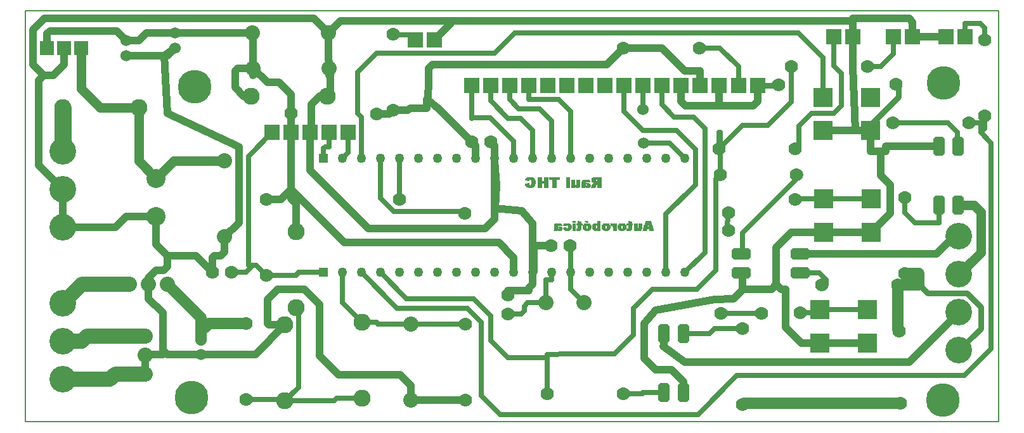
<source format=gbr>
G04 PROTEUS GERBER X2 FILE*
%TF.GenerationSoftware,Labcenter,Proteus,8.6-SP2-Build23525*%
%TF.CreationDate,2017-11-29T10:51:07+00:00*%
%TF.FileFunction,Copper,L4,Bot*%
%TF.FilePolarity,Positive*%
%TF.Part,Single*%
%FSLAX45Y45*%
%MOMM*%
G01*
%TA.AperFunction,Conductor*%
%ADD12C,0.635000*%
%ADD10C,1.524000*%
%ADD28C,2.286000*%
%ADD29C,2.032000*%
%ADD72C,1.270000*%
%ADD13C,1.016000*%
%ADD11C,0.762000*%
%TA.AperFunction,ViaPad*%
%ADD14C,1.778000*%
%ADD15C,1.524000*%
%TA.AperFunction,ComponentPad*%
%ADD16R,1.270000X1.270000*%
%ADD17C,1.270000*%
%TA.AperFunction,ComponentPad*%
%ADD18C,3.556000*%
%TA.AperFunction,ComponentPad*%
%ADD19C,2.286000*%
%ADD70C,2.540000*%
%ADD71C,2.032000*%
%TA.AperFunction,ComponentPad*%
%ADD20R,1.905000X1.905000*%
%TA.AperFunction,ComponentPad*%
%ADD21C,1.524000*%
%ADD22C,1.778000*%
%ADD23R,2.032000X2.032000*%
%AMDIL016*
4,1,8,
-0.762000,0.965200,-0.457200,1.270000,0.457200,1.270000,0.762000,0.965200,0.762000,-0.965200,
0.457200,-1.270000,-0.457200,-1.270000,-0.762000,-0.965200,-0.762000,0.965200,
0*%
%TA.AperFunction,ComponentPad*%
%ADD24DIL016*%
%AMDIL017*
4,1,8,
-1.270000,0.457200,-0.965200,0.762000,0.965200,0.762000,1.270000,0.457200,1.270000,-0.457200,
0.965200,-0.762000,-0.965200,-0.762000,-1.270000,-0.457200,-1.270000,0.457200,
0*%
%ADD25DIL017*%
%ADD73R,2.540000X2.540000*%
%TA.AperFunction,OtherPad,Unknown*%
%ADD26C,4.500000*%
%TA.AperFunction,Profile*%
%ADD27C,0.203200*%
%TA.AperFunction,NonConductor*%
%ADD30C,0.063500*%
%TD.AperFunction*%
D12*
X-1300000Y-2400000D02*
X-1300000Y-2095500D01*
X-1218000Y-2095500D01*
X-1218000Y-2000000D01*
X-792000Y-2400000D02*
X-964000Y-2228000D01*
X-964000Y-2000000D01*
X-3750000Y-2670000D02*
X-4012000Y-2408000D01*
X-4012000Y-2000000D01*
X-3750000Y-2670000D02*
X-3556000Y-2670000D01*
X-3536000Y-2690000D01*
X-3100000Y-2690000D01*
X-2370000Y-2690000D01*
X-4780000Y-3720000D02*
X-4595850Y-3535850D01*
X-4595850Y-2510150D01*
X-4630000Y-2476000D01*
X-4780000Y-3720000D02*
X-4127500Y-3720000D01*
X-4093500Y-3686000D01*
X-3750000Y-3686000D01*
X-4780000Y-3720000D02*
X-4800000Y-3700000D01*
X-5300000Y-3700000D01*
D10*
X-5900000Y-2730500D02*
X-5900000Y-2609000D01*
X-6350000Y-2159000D01*
X-5900000Y-2730500D02*
X-5842000Y-2730500D01*
X-5795500Y-2684000D01*
X-5300000Y-2684000D01*
X-5900000Y-2730500D02*
X-5900000Y-2900000D01*
D28*
X-7747000Y-381000D02*
X-7750000Y-378000D01*
X-7750000Y+200000D01*
D29*
X-7747000Y-2413000D02*
X-7493000Y-2159000D01*
X-6858000Y-2159000D01*
X-7747000Y-2921000D02*
X-7493000Y-2921000D01*
X-7422000Y-2850000D01*
X-6650000Y-2850000D01*
D12*
X+2100000Y-2009999D02*
X+2100000Y-2010000D01*
D72*
X-6734000Y+200000D02*
X-6734000Y-508000D01*
X-6500000Y-742000D01*
X-6266000Y-508000D01*
X-5588000Y-508000D01*
D12*
X+4508500Y-127000D02*
X+4560000Y-75500D01*
X+4560000Y+90000D01*
D13*
X-5750000Y-2000000D02*
X-5972000Y-1778000D01*
X-6350000Y-1778000D01*
X-6500000Y-1250000D02*
X-6500000Y-1628000D01*
X-6350000Y-1778000D01*
X-1980000Y-476000D02*
X-1981200Y-474800D01*
X-1981200Y-304800D01*
X-2032000Y-254000D01*
X+3048000Y-1460500D02*
X+3302000Y-1206500D01*
X+3302000Y-825500D01*
X+3175000Y-698500D01*
X+3175000Y-381000D01*
X+1333500Y-2222500D02*
X+1714500Y-2222500D01*
X+1778000Y-2159000D01*
X+2365000Y-2944500D02*
X+3000000Y-2944500D01*
X-5900000Y-3100000D02*
X-5176000Y-3100000D01*
X-4780000Y-2704000D01*
X-6604000Y-2159000D02*
X-6604000Y-2349500D01*
X-6413500Y-2540000D01*
X-6413500Y-3036500D01*
X-8001000Y+635000D02*
X-7874000Y+635000D01*
X-7728600Y+780400D01*
X-7728600Y+1000000D01*
D29*
X-6650000Y-3358000D02*
X-7048500Y-3358000D01*
X-7119500Y-3429000D01*
X-7747000Y-3429000D01*
D13*
X-6650000Y-3104000D02*
X-6646000Y-3100000D01*
X-6413500Y-3100000D01*
X-6413500Y-3036500D01*
X-5900000Y-3100000D02*
X-6350000Y-3100000D01*
X-6413500Y-3036500D01*
X-7747000Y-889000D02*
X-7747000Y-1397000D01*
X-6650000Y-3358000D02*
X-6650000Y-3104000D01*
D12*
X-5030000Y-2040000D02*
X-4635500Y-2040000D01*
X-4595500Y-2000000D01*
X-4266000Y-2000000D01*
X-5207000Y-1905000D02*
X-5302000Y-2000000D01*
X-5496000Y-2000000D01*
X-5030000Y-2040000D02*
X-5165000Y-1905000D01*
X-5207000Y-1905000D01*
X-3937000Y-127000D02*
X-3937000Y-401000D01*
X-4012000Y-476000D01*
D13*
X-2234000Y-476000D02*
X-2235200Y-474800D01*
X-2235200Y-304800D01*
X-2286000Y-254000D01*
X-266000Y+1000000D02*
X+254000Y+1000000D01*
X+555500Y+698500D01*
X+758000Y+698500D01*
X+758000Y+500000D01*
X-4699000Y-889000D02*
X-4699000Y-1016000D01*
X-4630000Y-1085000D01*
X-4630000Y-1460000D01*
X-6900000Y+1100000D02*
X-6731000Y+1100000D01*
X-6631000Y+1200000D01*
X-6250000Y+1200000D01*
X-4699000Y-889000D02*
X-4834000Y-1024000D01*
X-5030000Y-1024000D01*
X-6250000Y+1200000D02*
X-5216000Y+1200000D01*
X-4699000Y-127000D02*
X-4699000Y-889000D01*
D10*
X+3400000Y-2170000D02*
X+3400000Y-2764918D01*
X+3421061Y-2785979D01*
X+3433610Y-3748906D02*
X+1351094Y-3748906D01*
X+1330000Y-3770000D01*
D12*
X+1034000Y-330000D02*
X+1034000Y-690000D01*
X+1016000Y-348000D02*
X+1016000Y-350000D01*
X+1032000Y-350000D01*
X+1032000Y-690000D01*
X+1034000Y-690000D01*
X+1014000Y-350000D02*
X+1016000Y-348000D01*
X+1034000Y-330000D01*
X+1331500Y-32500D01*
X+1667500Y-32500D01*
X+1984000Y+284000D01*
X+1984000Y+750000D01*
D11*
X+1530000Y+500000D02*
X+1799479Y+500000D01*
X+1807211Y+507732D01*
D13*
X-1980000Y-476000D02*
X-1980000Y-510000D01*
D12*
X-3253818Y-1022723D02*
X-3253818Y-458279D01*
X-3245435Y-449896D01*
X-3250000Y-476000D01*
D13*
X-2286000Y-254000D02*
X-2730500Y+190500D01*
X-2874105Y+304844D01*
D12*
X-2290000Y+500000D02*
X-2290000Y+63500D01*
X-2283500Y+70000D01*
X-2038500Y+70000D01*
X-1726000Y-242500D01*
X-1726000Y-476000D01*
D13*
X-2562500Y+1333500D02*
X-2786000Y+1110000D01*
X-5207000Y+730000D02*
X-5207000Y+635000D01*
X-4220000Y+360000D02*
X-4316700Y+360000D01*
X-4431000Y+245700D01*
X-4431000Y-127000D01*
X-4445000Y-127000D01*
D12*
X-3340000Y+1186000D02*
X-3334000Y+1180000D01*
X-3040000Y+1180000D01*
X-3040000Y+1110000D01*
D13*
X-4699000Y-127000D02*
X-4699000Y+124382D01*
X-3553607Y+119847D02*
X-3390153Y+119847D01*
X-3340000Y+170000D01*
D12*
X+0Y+180000D02*
X+0Y+465760D01*
X+23317Y+489077D01*
X-4000Y+500000D01*
X+2100000Y-2010000D02*
X+2355100Y-2009999D01*
X+2444000Y-2098899D01*
X+2444000Y-2170000D01*
X+2384000Y-2170000D01*
D13*
X+1333500Y-2222500D02*
X+1330000Y-2222500D01*
X+1330000Y-2010000D01*
X+1310000Y-2010000D01*
D12*
X+2050000Y-690000D02*
X+2110000Y-690000D01*
X+1328000Y-1472000D01*
X+1328000Y-1750000D01*
X+1310000Y-1750000D01*
X+280000Y-3610000D02*
X+0Y-3610000D01*
X-10000Y-3620000D01*
X-260000Y-3620000D01*
X+1330000Y-2754000D02*
X+952500Y-2754000D01*
X+886500Y-2820000D01*
X+540000Y-2820000D01*
X-1276000Y-3140000D02*
X-1276000Y-3620000D01*
D13*
X-1472000Y-2000000D02*
X-1460000Y-1988000D01*
X-1460000Y-1640000D01*
X-1230000Y-1640000D01*
D12*
X+1140000Y-1200000D02*
X+1118712Y-1431081D01*
X+1140000Y-1440000D01*
X+1040155Y-2546585D02*
X+1579578Y-2546585D01*
X+2103288Y-2536111D02*
X+2328888Y-2536111D01*
X+2365000Y-2500000D01*
D13*
X+3040000Y-104500D02*
X+3040000Y-381000D01*
X+3175000Y-381000D01*
D11*
X+3373832Y+519251D02*
X+3413832Y+519251D01*
X+3413832Y+347982D01*
X+3040000Y-25850D01*
X+3040000Y-104500D01*
D13*
X+2800000Y+1150000D02*
X+2800000Y+750000D01*
X+2836800Y-104499D01*
X-7747000Y-1397000D02*
X-7048500Y-1397000D01*
X-6901500Y-1250000D01*
X-6500000Y-1250000D01*
X-1472000Y-2000000D02*
X-1472000Y-2159000D01*
X-1524000Y-2211000D01*
X-1524000Y-2240000D01*
X-1800000Y-2240000D01*
X-1800000Y-2300000D01*
X-2562500Y+1333500D02*
X-2562500Y+1360000D01*
X+2800000Y+1360000D01*
D10*
X+3619500Y-2169999D02*
X+3400000Y-2170000D01*
D13*
X+3040000Y-104500D02*
X+2836800Y-104499D01*
X+2405000Y-104500D01*
X+2800000Y+1150000D02*
X+2800000Y+1360000D01*
X+1012000Y+230000D02*
X+1012000Y+500000D01*
X+2413000Y-1460500D02*
X+3048000Y-1460499D01*
X+3048000Y-1460500D01*
X+3600000Y+1150000D02*
X+4046000Y+1150001D01*
X+4046000Y+1150000D01*
X-4200000Y+1200000D02*
X-4200000Y+834500D01*
X-4191000Y+825500D01*
X-4191000Y+730000D01*
X-3100000Y-3706000D02*
X-2370000Y-3706000D01*
D12*
X-5207000Y-1905000D02*
X-5270500Y-1905000D01*
X-5270500Y-444500D01*
X-4953000Y-127000D01*
X+2413000Y-1016000D02*
X+3048000Y-1016000D01*
X+1016000Y-348000D02*
X+1016000Y-127000D01*
X+1034000Y-127000D01*
X+1034000Y-330000D01*
X+2413000Y-1016000D02*
X+2054779Y-1016000D01*
X+2033766Y-1037013D01*
X+2033766Y-1024643D01*
D13*
X-2874105Y+304844D02*
X-2890000Y+317500D01*
X-2890000Y+197500D01*
X-3111500Y+197500D01*
X-3139000Y+170000D01*
X-3340000Y+170000D01*
X-4200000Y+1200000D02*
X-4035442Y+1364558D01*
X-2593558Y+1364558D01*
X-2562500Y+1333500D01*
X-4220000Y+360000D02*
X-4177000Y+403000D01*
X-4177000Y+635000D01*
X-4191000Y+635000D01*
X-4191000Y+730000D01*
X-5216000Y+1200000D02*
X-5207000Y+1191000D01*
X-5207000Y+730000D01*
D12*
X+560000Y-476000D02*
X+358189Y-274189D01*
X+29651Y-274189D01*
X+13816Y-258354D01*
X+13816Y-266184D01*
X+10000Y-270000D01*
X+3000000Y-2500000D02*
X+2365000Y-2499999D01*
X+2365000Y-2500000D01*
X-976000Y-1640000D02*
X-964000Y-1652000D01*
X-964000Y-2000000D01*
X-1782000Y+500000D02*
X-1782000Y+313500D01*
X-1659000Y+190500D01*
X-1383191Y+190500D01*
X-1218000Y+25309D01*
X-1218000Y-476000D01*
X-1528000Y+500000D02*
X-1528000Y+317500D01*
X-1129191Y+317500D01*
X-964000Y+152309D01*
X-964000Y-476000D01*
X+3000000Y+750000D02*
X+3173000Y+750000D01*
X+3346000Y+923000D01*
X+3346000Y+1150000D01*
D72*
X-6734000Y+200000D02*
X-7246000Y+200000D01*
X-7500000Y+454000D01*
X-7500000Y+1000000D01*
D12*
X-1472000Y-476000D02*
X-1472000Y-101691D01*
X-1637191Y+63500D01*
X-1803500Y+63500D01*
X-2036000Y+296000D01*
X-2036000Y+500000D01*
X-1300000Y-2400000D02*
X-1307950Y-2407950D01*
X-1544723Y-2407950D01*
X-1587500Y-2450727D01*
X-1587500Y-2511223D01*
X-1630277Y-2554000D01*
X-1800000Y-2554000D01*
X+4560000Y+1106000D02*
X+4560000Y+1273223D01*
X+4499723Y+1333500D01*
X+4300000Y+1333500D01*
X+4300000Y+1150000D01*
X+750000Y+1000000D02*
X+1026000Y+1000000D01*
X+1276000Y+750000D01*
X+1276000Y+500000D01*
D13*
X+2413000Y-1460500D02*
X+1981200Y-1460500D01*
X+1778000Y-1663700D01*
X+1778000Y-2159000D01*
D12*
X-4266000Y-476000D02*
X-4266000Y-339466D01*
X-4244034Y-317500D01*
X-4191000Y-317500D01*
X-4191000Y-127000D01*
D13*
X-1472000Y-2000000D02*
X-1472000Y-1341747D01*
X-1617860Y-1178891D01*
X-1970000Y-1140000D01*
X-1960000Y-840000D01*
X-1980000Y-510000D01*
X-4699000Y-889000D02*
X-3988000Y-1600000D01*
X-1926000Y-1600000D01*
X-1726000Y-1800000D01*
X-1726000Y-2000000D01*
X-5207000Y+730000D02*
X-5414830Y+730000D01*
X-5447000Y+697830D01*
X-5447000Y+474300D01*
X-5332700Y+360000D01*
X-5236000Y+360000D01*
D12*
X+560000Y-2000000D02*
X+825500Y-1734500D01*
X+825500Y-72685D01*
X+672815Y+80000D01*
X+418560Y+80000D01*
X+250000Y+248560D01*
X+250000Y+500000D01*
X-258000Y+500000D02*
X-258000Y+154000D01*
X-4000Y-100000D01*
X+444500Y-100000D01*
X+698500Y-354000D01*
X+698500Y-825500D01*
X+306000Y-1218000D01*
X+306000Y-2000000D01*
D13*
X-4445000Y-127000D02*
X-4445000Y-635000D01*
X-3670000Y-1410000D01*
X-2107000Y-1410000D01*
X-1980000Y-1283000D01*
X-1980000Y-510000D01*
D12*
X-3504000Y-476000D02*
X-3504000Y-1009873D01*
X-3329375Y-1184498D01*
X-2376839Y-1184498D01*
X-2380000Y-1210000D01*
X+2546000Y+1150000D02*
X+2546000Y+762000D01*
X+2650000Y+658000D01*
X+2650000Y+229395D01*
X+2547605Y+127000D01*
X+2249494Y+127000D01*
X+2083599Y-38895D01*
X+2083599Y-296401D01*
X+2030000Y-350000D01*
X+2405000Y+340000D02*
X+2405000Y+875000D01*
X+2073500Y+1206500D01*
X-1714500Y+1206500D01*
X-1985000Y+936000D01*
X-3556000Y+936000D01*
X-3810000Y+682000D01*
X-3810000Y+127000D01*
X-3758000Y+75000D01*
X-3758000Y-476000D01*
D13*
X+1530000Y+500000D02*
X+1530000Y+288800D01*
X+1471200Y+230000D01*
X+1012000Y+230000D01*
X+562800Y+230000D01*
X+504000Y+288800D01*
X+504000Y+500000D01*
X-4200000Y+1200000D02*
X-4397000Y+1397000D01*
X-7993745Y+1397000D01*
X-8146145Y+1244600D01*
X-8146145Y+780145D01*
X-8001000Y+635000D01*
X-6900000Y+1100000D02*
X-7030000Y+1230000D01*
X-7918400Y+1230000D01*
X-7957200Y+1191200D01*
X-7957200Y+1000000D01*
X-266000Y+1000000D02*
X-486000Y+780000D01*
X-2807800Y+780000D01*
X-2860000Y+727800D01*
X-2860000Y+574000D01*
X-2874105Y+304844D01*
X-4780000Y-2704000D02*
X-4999850Y-2704000D01*
X-5016500Y-2687350D01*
X-5016500Y-2363528D01*
X-4875472Y-2222500D01*
X-4522585Y-2222500D01*
X-4318000Y-2427085D01*
X-4318000Y-3111500D01*
X-4064000Y-3365500D01*
X-3244850Y-3365500D01*
X-3100000Y-3510350D01*
X-3100000Y-3706000D01*
X+2365000Y-2944500D02*
X+2116468Y-2944500D01*
X+1905000Y-2733032D01*
X+1905000Y-2222500D01*
X+1841500Y-2222500D01*
X+1778000Y-2159000D01*
X-6604000Y-2159000D02*
X-6604000Y-2070100D01*
X-6502400Y-1968500D01*
X-6398994Y-1968500D01*
X-6350000Y-1919506D01*
X-6350000Y-1778000D01*
X+3600000Y+1150000D02*
X+3600000Y+1349700D01*
X+3552700Y+1397000D01*
X+2800000Y+1397000D01*
X+2800000Y+1360000D01*
X-5207000Y+730000D02*
X-5016500Y+539500D01*
X-4857750Y+539500D01*
X-4699000Y+380750D01*
X-4699000Y+124382D01*
D12*
X+1034000Y-690000D02*
X+970000Y-754000D01*
X+970000Y-1968500D01*
X+716000Y-2222500D01*
X+127000Y-2222500D01*
X-127000Y-2476500D01*
X-127000Y-2836000D01*
X-381000Y-3090000D01*
X-980000Y-3090000D01*
X-1276000Y-3100000D01*
X-1276000Y-3140000D01*
D13*
X-5588000Y-1524000D02*
X-5588000Y-1730552D01*
X-5635448Y-1778000D01*
X-5727952Y-1778000D01*
X-5750000Y-1800048D01*
X-5750000Y-2000000D01*
D12*
X-1276000Y-3140000D02*
X-1800468Y-3140000D01*
X-2032000Y-2908468D01*
X-2032000Y-2581032D01*
X-2263532Y-2349500D01*
X-3154500Y-2349500D01*
X-3504000Y-2000000D01*
D72*
X+3683000Y-2145999D02*
X+3619500Y-2082499D01*
X+3619500Y-2169999D01*
D10*
X+3500000Y-2016000D02*
X+3683000Y-2016000D01*
X+3683000Y-2145999D01*
D72*
X+3683000Y-2159000D02*
X+3683000Y-2145999D01*
D10*
X+3683000Y-2159000D02*
X+3672001Y-2169999D01*
X+3619500Y-2169999D01*
D13*
X+540000Y-3610000D02*
X+540000Y-3460000D01*
X+380000Y-3300000D01*
X+172304Y-3300000D01*
X+20000Y-3147696D01*
X+20000Y-2680952D01*
X+166219Y-2505496D01*
X+960000Y-2360000D01*
X+1206500Y-2349500D01*
X+1333500Y-2222500D01*
X+280000Y-2820000D02*
X+280000Y-2960000D01*
X+270000Y-2990000D01*
X+557042Y-3201904D01*
X+3554505Y-3201904D01*
X+4220000Y-2536409D01*
X+4220000Y-2532000D01*
X+4220000Y-1516000D02*
X+4157000Y-1516000D01*
X+3923000Y-1750000D01*
X+2100000Y-1750000D01*
X-5588000Y-1524000D02*
X-5397500Y-1333500D01*
X-5397500Y-317500D01*
X-6350000Y+130000D01*
X-6390000Y+900000D01*
X-6250000Y+1000000D01*
X-6900000Y+900000D02*
X-6390000Y+900000D01*
X-6350000Y+900000D01*
X-6250000Y+1000000D01*
X-7747000Y-889000D02*
X-8070000Y-566000D01*
X-8070000Y+566000D01*
X-8001000Y+635000D01*
D12*
X+4508500Y-127000D02*
X+4650000Y-268500D01*
X+4650000Y-3020000D01*
X+4290000Y-3380000D01*
X+1255500Y-3380000D01*
X+735500Y-3900000D01*
X-1905000Y-3900000D01*
X-2159000Y-3646000D01*
X-2159000Y-2667000D01*
X-2349500Y-2476500D01*
X-3281500Y-2476500D01*
X-3758000Y-2000000D01*
D11*
X+4220000Y-3040000D02*
X+4510000Y-2750000D01*
X+4510000Y-2460533D01*
X+4327467Y-2278000D01*
X+3799001Y-2278000D01*
X+3683000Y-2161999D01*
X+3683000Y-2159000D01*
D13*
X+3175000Y-381000D02*
X+3238500Y-381000D01*
X+3238500Y-310000D01*
X+3950000Y-310000D01*
D12*
X+3500000Y-1000000D02*
X+3500000Y-1204042D01*
X+3629458Y-1333500D01*
X+3950000Y-1333500D01*
X+3950000Y-1100000D01*
D72*
X+4220000Y-2024000D02*
X+4510000Y-1734000D01*
X+4510000Y-1194000D01*
X+4416000Y-1100000D01*
X+4210000Y-1100000D01*
D12*
X+4508500Y-127000D02*
X+4508500Y+0D01*
X+4350000Y+0D01*
X+4210000Y-310000D02*
X+4199250Y-310000D01*
X+4199250Y-127000D01*
X+4072250Y+0D01*
X+3334000Y+0D01*
D14*
X+3421061Y-2785979D03*
X+3433610Y-3748906D03*
X+1807211Y+507732D03*
X+3373832Y+519251D03*
X-3253818Y-1022723D03*
X-3553607Y+119847D03*
D15*
X+0Y+180000D03*
D14*
X+1140000Y-1200000D03*
X+1140000Y-1440000D03*
X+1040155Y-2546585D03*
X+1579578Y-2546585D03*
X+2103288Y-2536111D03*
X+2033766Y-1024643D03*
D15*
X+10000Y-270000D03*
D14*
X-2380000Y-1210000D03*
X-4699000Y+124382D03*
D16*
X-4266000Y-2000000D03*
D17*
X-4012000Y-2000000D03*
X-3758000Y-2000000D03*
X-3504000Y-2000000D03*
X-3250000Y-2000000D03*
X-2996000Y-2000000D03*
X-2742000Y-2000000D03*
X-2488000Y-2000000D03*
X-2234000Y-2000000D03*
X-1980000Y-2000000D03*
X-1726000Y-2000000D03*
X-1472000Y-2000000D03*
X-1218000Y-2000000D03*
X-964000Y-2000000D03*
X-710000Y-2000000D03*
X-456000Y-2000000D03*
X-202000Y-2000000D03*
X+52000Y-2000000D03*
X+306000Y-2000000D03*
X+560000Y-2000000D03*
X+560000Y-476000D03*
X+306000Y-476000D03*
X+52000Y-476000D03*
X-202000Y-476000D03*
X-456000Y-476000D03*
X-710000Y-476000D03*
X-964000Y-476000D03*
X-1218000Y-476000D03*
X-1472000Y-476000D03*
X-1726000Y-476000D03*
X-1980000Y-476000D03*
X-2234000Y-476000D03*
X-2488000Y-476000D03*
X-2742000Y-476000D03*
X-2996000Y-476000D03*
X-3250000Y-476000D03*
X-3504000Y-476000D03*
X-3758000Y-476000D03*
X-4012000Y-476000D03*
D16*
X-4266000Y-476000D03*
D18*
X-7747000Y-381000D03*
X-7747000Y-889000D03*
X-7747000Y-1397000D03*
D19*
X-7750000Y+200000D03*
X-6734000Y+200000D03*
D70*
X-6500000Y-742000D03*
X-6500000Y-1250000D03*
D71*
X-5588000Y-508000D03*
X-5588000Y-1524000D03*
D20*
X-7500000Y+1000000D03*
X-7728600Y+1000000D03*
X-7957200Y+1000000D03*
D21*
X-6900000Y+1100000D03*
X-6900000Y+900000D03*
X-6250000Y+1200000D03*
X-6250000Y+1000000D03*
D71*
X-5216000Y+1200000D03*
X-4200000Y+1200000D03*
X-5207000Y+730000D03*
X-4191000Y+730000D03*
D19*
X-4220000Y+360000D03*
X-5236000Y+360000D03*
D22*
X-3340000Y+1186000D03*
X-3340000Y+170000D03*
D23*
X-3040000Y+1110000D03*
X-2786000Y+1110000D03*
D24*
X+4210000Y-310000D03*
X+3950000Y-310000D03*
X+3950000Y-1100000D03*
X+4210000Y-1100000D03*
D22*
X+4560000Y+90000D03*
X+4560000Y+1106000D03*
X+4350000Y+0D03*
X+3334000Y+0D03*
X+3500000Y-1000000D03*
X+3500000Y-2016000D03*
D23*
X+4300000Y+1150000D03*
X+4046000Y+1150000D03*
D25*
X+1310000Y-1750000D03*
X+1310000Y-2010000D03*
X+2100000Y-2010000D03*
X+2100000Y-1750000D03*
D22*
X+2384000Y-2170000D03*
X+3400000Y-2170000D03*
X+1014000Y-350000D03*
X+2030000Y-350000D03*
X+1034000Y-690000D03*
X+2050000Y-690000D03*
D23*
X+2546000Y+1150000D03*
X+2800000Y+1150000D03*
D18*
X-7747000Y-2413000D03*
X-7747000Y-2921000D03*
X-7747000Y-3429000D03*
D71*
X-6858000Y-2159000D03*
X-6604000Y-2159000D03*
X-6350000Y-2159000D03*
X-6650000Y-3358000D03*
X-6650000Y-3104000D03*
X-6650000Y-2850000D03*
D21*
X-5900000Y-2900000D03*
X-5900000Y-3100000D03*
D22*
X-5300000Y-2684000D03*
X-5300000Y-3700000D03*
D19*
X-4780000Y-2704000D03*
X-4780000Y-3720000D03*
X-4630000Y-2476000D03*
X-4630000Y-1460000D03*
X-3750000Y-3686000D03*
X-3750000Y-2670000D03*
D71*
X-3100000Y-2690000D03*
X-3100000Y-3706000D03*
D22*
X-2370000Y-2690000D03*
X-2370000Y-3706000D03*
X-5030000Y-1024000D03*
X-5030000Y-2040000D03*
X-5750000Y-2000000D03*
X-5496000Y-2000000D03*
D23*
X-4953000Y-127000D03*
X-4699000Y-127000D03*
X-4445000Y-127000D03*
X-4191000Y-127000D03*
X-3937000Y-127000D03*
D71*
X-1300000Y-2400000D03*
X-792000Y-2400000D03*
D22*
X-1800000Y-2554000D03*
X-1800000Y-2300000D03*
X-2032000Y-254000D03*
X-2286000Y-254000D03*
D73*
X+2365000Y-2944500D03*
X+3000000Y-2944500D03*
X+2365000Y-2500000D03*
X+3000000Y-2500000D03*
X+2405000Y-104500D03*
X+3040000Y-104500D03*
X+2405000Y+340000D03*
X+3040000Y+340000D03*
X+2413000Y-1460500D03*
X+3048000Y-1460500D03*
X+2413000Y-1016000D03*
X+3048000Y-1016000D03*
D22*
X-976000Y-1640000D03*
X-1230000Y-1640000D03*
D23*
X+3346000Y+1150000D03*
X+3600000Y+1150000D03*
D18*
X+4220000Y-1516000D03*
X+4220000Y-2024000D03*
X+4220000Y-2532000D03*
X+4220000Y-3040000D03*
D23*
X+1276000Y+500000D03*
X+1530000Y+500000D03*
D22*
X+1984000Y+750000D03*
X+3000000Y+750000D03*
X-266000Y+1000000D03*
X+750000Y+1000000D03*
X-1276000Y-3620000D03*
X-260000Y-3620000D03*
X+1330000Y-2754000D03*
X+1330000Y-3770000D03*
D24*
X+280000Y-3610000D03*
X+540000Y-3610000D03*
X+540000Y-2820000D03*
X+280000Y-2820000D03*
D23*
X+1012000Y+500000D03*
X+758000Y+500000D03*
X+504000Y+500000D03*
X+250000Y+500000D03*
X-4000Y+500000D03*
X-258000Y+500000D03*
X-512000Y+500000D03*
X-766000Y+500000D03*
X-1020000Y+500000D03*
X-1274000Y+500000D03*
X-1528000Y+500000D03*
X-1782000Y+500000D03*
X-2036000Y+500000D03*
X-2290000Y+500000D03*
D26*
X+4000000Y-3710000D03*
X-6030000Y-3670000D03*
X-5990000Y+480000D03*
X+4010000Y+530000D03*
D27*
X-8250000Y-4000000D02*
X+4750000Y-4000000D01*
X+4750000Y+1500000D01*
X-8250000Y+1500000D01*
X-8250000Y-4000000D01*
D30*
X-1537128Y-860980D02*
X-1486328Y-860980D01*
X-1410128Y-860980D02*
X-1359328Y-860980D01*
X-1323768Y-860980D02*
X-1272968Y-860980D01*
X-1212008Y-860980D02*
X-1161208Y-860980D01*
X-1029128Y-860980D02*
X-983408Y-860980D01*
X-958008Y-860980D02*
X-917368Y-860980D01*
X-902128Y-860980D02*
X-866568Y-860980D01*
X-825928Y-860980D02*
X-780208Y-860980D01*
X-764968Y-860980D02*
X-724328Y-860980D01*
X-698928Y-860980D02*
X-643048Y-860980D01*
X-607488Y-860980D02*
X-556688Y-860980D01*
X-1552368Y-855900D02*
X-1471088Y-855900D01*
X-1410128Y-855900D02*
X-1359328Y-855900D01*
X-1323768Y-855900D02*
X-1272968Y-855900D01*
X-1212008Y-855900D02*
X-1161208Y-855900D01*
X-1029128Y-855900D02*
X-983408Y-855900D01*
X-958008Y-855900D02*
X-917368Y-855900D01*
X-912288Y-855900D02*
X-856408Y-855900D01*
X-820848Y-855900D02*
X-780208Y-855900D01*
X-775128Y-855900D02*
X-714168Y-855900D01*
X-693848Y-855900D02*
X-637968Y-855900D01*
X-607488Y-855900D02*
X-556688Y-855900D01*
X-1557448Y-850820D02*
X-1466008Y-850820D01*
X-1410128Y-850820D02*
X-1359328Y-850820D01*
X-1323768Y-850820D02*
X-1272968Y-850820D01*
X-1212008Y-850820D02*
X-1161208Y-850820D01*
X-1029128Y-850820D02*
X-983408Y-850820D01*
X-958008Y-850820D02*
X-851328Y-850820D01*
X-820848Y-850820D02*
X-709088Y-850820D01*
X-693848Y-850820D02*
X-637968Y-850820D01*
X-607488Y-850820D02*
X-556688Y-850820D01*
X-1562528Y-845740D02*
X-1460928Y-845740D01*
X-1410128Y-845740D02*
X-1359328Y-845740D01*
X-1323768Y-845740D02*
X-1272968Y-845740D01*
X-1212008Y-845740D02*
X-1161208Y-845740D01*
X-1029128Y-845740D02*
X-983408Y-845740D01*
X-958008Y-845740D02*
X-851328Y-845740D01*
X-820848Y-845740D02*
X-704008Y-845740D01*
X-688768Y-845740D02*
X-637968Y-845740D01*
X-607488Y-845740D02*
X-556688Y-845740D01*
X-1567608Y-840660D02*
X-1455848Y-840660D01*
X-1410128Y-840660D02*
X-1359328Y-840660D01*
X-1323768Y-840660D02*
X-1272968Y-840660D01*
X-1212008Y-840660D02*
X-1161208Y-840660D01*
X-1029128Y-840660D02*
X-983408Y-840660D01*
X-958008Y-840660D02*
X-846248Y-840660D01*
X-820848Y-840660D02*
X-704008Y-840660D01*
X-688768Y-840660D02*
X-632888Y-840660D01*
X-607488Y-840660D02*
X-556688Y-840660D01*
X-1572688Y-835580D02*
X-1450768Y-835580D01*
X-1410128Y-835580D02*
X-1359328Y-835580D01*
X-1323768Y-835580D02*
X-1272968Y-835580D01*
X-1212008Y-835580D02*
X-1161208Y-835580D01*
X-1029128Y-835580D02*
X-983408Y-835580D01*
X-958008Y-835580D02*
X-846248Y-835580D01*
X-820848Y-835580D02*
X-764968Y-835580D01*
X-754808Y-835580D02*
X-704008Y-835580D01*
X-688768Y-835580D02*
X-632888Y-835580D01*
X-607488Y-835580D02*
X-556688Y-835580D01*
X-1572688Y-830500D02*
X-1516808Y-830500D01*
X-1501568Y-830500D02*
X-1450768Y-830500D01*
X-1410128Y-830500D02*
X-1359328Y-830500D01*
X-1323768Y-830500D02*
X-1272968Y-830500D01*
X-1212008Y-830500D02*
X-1161208Y-830500D01*
X-1029128Y-830500D02*
X-983408Y-830500D01*
X-958008Y-830500D02*
X-907208Y-830500D01*
X-897048Y-830500D02*
X-846248Y-830500D01*
X-820848Y-830500D02*
X-770048Y-830500D01*
X-749728Y-830500D02*
X-704008Y-830500D01*
X-683688Y-830500D02*
X-627808Y-830500D01*
X-607488Y-830500D02*
X-556688Y-830500D01*
X-1572688Y-825420D02*
X-1521888Y-825420D01*
X-1496488Y-825420D02*
X-1445688Y-825420D01*
X-1410128Y-825420D02*
X-1359328Y-825420D01*
X-1323768Y-825420D02*
X-1272968Y-825420D01*
X-1212008Y-825420D02*
X-1161208Y-825420D01*
X-1029128Y-825420D02*
X-983408Y-825420D01*
X-958008Y-825420D02*
X-907208Y-825420D01*
X-891968Y-825420D02*
X-846248Y-825420D01*
X-820848Y-825420D02*
X-775128Y-825420D01*
X-749728Y-825420D02*
X-704008Y-825420D01*
X-683688Y-825420D02*
X-627808Y-825420D01*
X-607488Y-825420D02*
X-556688Y-825420D01*
X-1577768Y-820340D02*
X-1521888Y-820340D01*
X-1496488Y-820340D02*
X-1445688Y-820340D01*
X-1410128Y-820340D02*
X-1359328Y-820340D01*
X-1323768Y-820340D02*
X-1272968Y-820340D01*
X-1212008Y-820340D02*
X-1161208Y-820340D01*
X-1029128Y-820340D02*
X-983408Y-820340D01*
X-958008Y-820340D02*
X-912288Y-820340D01*
X-891968Y-820340D02*
X-846248Y-820340D01*
X-820848Y-820340D02*
X-775128Y-820340D01*
X-754808Y-820340D02*
X-709088Y-820340D01*
X-678608Y-820340D02*
X-622728Y-820340D01*
X-607488Y-820340D02*
X-556688Y-820340D01*
X-1577768Y-815260D02*
X-1521888Y-815260D01*
X-1491408Y-815260D02*
X-1440608Y-815260D01*
X-1410128Y-815260D02*
X-1359328Y-815260D01*
X-1323768Y-815260D02*
X-1272968Y-815260D01*
X-1212008Y-815260D02*
X-1161208Y-815260D01*
X-1029128Y-815260D02*
X-983408Y-815260D01*
X-958008Y-815260D02*
X-912288Y-815260D01*
X-891968Y-815260D02*
X-846248Y-815260D01*
X-820848Y-815260D02*
X-775128Y-815260D01*
X-770048Y-815260D02*
X-709088Y-815260D01*
X-673528Y-815260D02*
X-622728Y-815260D01*
X-607488Y-815260D02*
X-556688Y-815260D01*
X-1557448Y-810180D02*
X-1526968Y-810180D01*
X-1491408Y-810180D02*
X-1440608Y-810180D01*
X-1410128Y-810180D02*
X-1359328Y-810180D01*
X-1323768Y-810180D02*
X-1272968Y-810180D01*
X-1212008Y-810180D02*
X-1161208Y-810180D01*
X-1029128Y-810180D02*
X-983408Y-810180D01*
X-958008Y-810180D02*
X-912288Y-810180D01*
X-891968Y-810180D02*
X-846248Y-810180D01*
X-820848Y-810180D02*
X-714168Y-810180D01*
X-673528Y-810180D02*
X-617648Y-810180D01*
X-607488Y-810180D02*
X-556688Y-810180D01*
X-1542208Y-805100D02*
X-1526968Y-805100D01*
X-1491408Y-805100D02*
X-1440608Y-805100D01*
X-1410128Y-805100D02*
X-1272968Y-805100D01*
X-1212008Y-805100D02*
X-1161208Y-805100D01*
X-1029128Y-805100D02*
X-983408Y-805100D01*
X-958008Y-805100D02*
X-912288Y-805100D01*
X-891968Y-805100D02*
X-846248Y-805100D01*
X-820848Y-805100D02*
X-729408Y-805100D01*
X-663368Y-805100D02*
X-556688Y-805100D01*
X-1491408Y-800020D02*
X-1440608Y-800020D01*
X-1410128Y-800020D02*
X-1272968Y-800020D01*
X-1212008Y-800020D02*
X-1161208Y-800020D01*
X-1029128Y-800020D02*
X-983408Y-800020D01*
X-958008Y-800020D02*
X-912288Y-800020D01*
X-891968Y-800020D02*
X-846248Y-800020D01*
X-820848Y-800020D02*
X-749728Y-800020D01*
X-663368Y-800020D02*
X-556688Y-800020D01*
X-1491408Y-794940D02*
X-1440608Y-794940D01*
X-1410128Y-794940D02*
X-1272968Y-794940D01*
X-1212008Y-794940D02*
X-1161208Y-794940D01*
X-1029128Y-794940D02*
X-983408Y-794940D01*
X-958008Y-794940D02*
X-912288Y-794940D01*
X-891968Y-794940D02*
X-846248Y-794940D01*
X-820848Y-794940D02*
X-770048Y-794940D01*
X-673528Y-794940D02*
X-556688Y-794940D01*
X-1491408Y-789860D02*
X-1440608Y-789860D01*
X-1410128Y-789860D02*
X-1272968Y-789860D01*
X-1212008Y-789860D02*
X-1161208Y-789860D01*
X-1029128Y-789860D02*
X-983408Y-789860D01*
X-958008Y-789860D02*
X-912288Y-789860D01*
X-891968Y-789860D02*
X-846248Y-789860D01*
X-820848Y-789860D02*
X-775128Y-789860D01*
X-754808Y-789860D02*
X-729408Y-789860D01*
X-678608Y-789860D02*
X-556688Y-789860D01*
X-1491408Y-784780D02*
X-1440608Y-784780D01*
X-1410128Y-784780D02*
X-1272968Y-784780D01*
X-1212008Y-784780D02*
X-1161208Y-784780D01*
X-1029128Y-784780D02*
X-983408Y-784780D01*
X-958008Y-784780D02*
X-912288Y-784780D01*
X-891968Y-784780D02*
X-846248Y-784780D01*
X-820848Y-784780D02*
X-775128Y-784780D01*
X-759888Y-784780D02*
X-709088Y-784780D01*
X-683688Y-784780D02*
X-556688Y-784780D01*
X-1491408Y-779700D02*
X-1440608Y-779700D01*
X-1410128Y-779700D02*
X-1272968Y-779700D01*
X-1212008Y-779700D02*
X-1161208Y-779700D01*
X-1029128Y-779700D02*
X-983408Y-779700D01*
X-958008Y-779700D02*
X-912288Y-779700D01*
X-891968Y-779700D02*
X-846248Y-779700D01*
X-815768Y-779700D02*
X-709088Y-779700D01*
X-683688Y-779700D02*
X-556688Y-779700D01*
X-1491408Y-774620D02*
X-1440608Y-774620D01*
X-1410128Y-774620D02*
X-1272968Y-774620D01*
X-1212008Y-774620D02*
X-1161208Y-774620D01*
X-1029128Y-774620D02*
X-983408Y-774620D01*
X-958008Y-774620D02*
X-912288Y-774620D01*
X-891968Y-774620D02*
X-846248Y-774620D01*
X-815768Y-774620D02*
X-714168Y-774620D01*
X-688768Y-774620D02*
X-632888Y-774620D01*
X-607488Y-774620D02*
X-556688Y-774620D01*
X-1547288Y-769540D02*
X-1526968Y-769540D01*
X-1491408Y-769540D02*
X-1440608Y-769540D01*
X-1410128Y-769540D02*
X-1359328Y-769540D01*
X-1323768Y-769540D02*
X-1272968Y-769540D01*
X-1212008Y-769540D02*
X-1161208Y-769540D01*
X-1029128Y-769540D02*
X-983408Y-769540D01*
X-958008Y-769540D02*
X-912288Y-769540D01*
X-891968Y-769540D02*
X-846248Y-769540D01*
X-810688Y-769540D02*
X-719248Y-769540D01*
X-688768Y-769540D02*
X-637968Y-769540D01*
X-607488Y-769540D02*
X-556688Y-769540D01*
X-1572688Y-764460D02*
X-1526968Y-764460D01*
X-1496488Y-764460D02*
X-1445688Y-764460D01*
X-1410128Y-764460D02*
X-1359328Y-764460D01*
X-1323768Y-764460D02*
X-1272968Y-764460D01*
X-1212008Y-764460D02*
X-1161208Y-764460D01*
X-1029128Y-764460D02*
X-983408Y-764460D01*
X-958008Y-764460D02*
X-912288Y-764460D01*
X-891968Y-764460D02*
X-846248Y-764460D01*
X-805608Y-764460D02*
X-724328Y-764460D01*
X-688768Y-764460D02*
X-637968Y-764460D01*
X-607488Y-764460D02*
X-556688Y-764460D01*
X-1577768Y-759380D02*
X-1521888Y-759380D01*
X-1496488Y-759380D02*
X-1445688Y-759380D01*
X-1410128Y-759380D02*
X-1359328Y-759380D01*
X-1323768Y-759380D02*
X-1272968Y-759380D01*
X-1212008Y-759380D02*
X-1161208Y-759380D01*
X-1029128Y-759380D02*
X-983408Y-759380D01*
X-958008Y-759380D02*
X-912288Y-759380D01*
X-891968Y-759380D02*
X-846248Y-759380D01*
X-795448Y-759380D02*
X-734488Y-759380D01*
X-688768Y-759380D02*
X-637968Y-759380D01*
X-607488Y-759380D02*
X-556688Y-759380D01*
X-1572688Y-754300D02*
X-1516808Y-754300D01*
X-1501568Y-754300D02*
X-1450768Y-754300D01*
X-1410128Y-754300D02*
X-1359328Y-754300D01*
X-1323768Y-754300D02*
X-1272968Y-754300D01*
X-1212008Y-754300D02*
X-1161208Y-754300D01*
X-1029128Y-754300D02*
X-983408Y-754300D01*
X-688768Y-754300D02*
X-632888Y-754300D01*
X-607488Y-754300D02*
X-556688Y-754300D01*
X-1572688Y-749220D02*
X-1450768Y-749220D01*
X-1410128Y-749220D02*
X-1359328Y-749220D01*
X-1323768Y-749220D02*
X-1272968Y-749220D01*
X-1257728Y-749220D02*
X-1115488Y-749220D01*
X-1029128Y-749220D02*
X-983408Y-749220D01*
X-688768Y-749220D02*
X-556688Y-749220D01*
X-1567608Y-744140D02*
X-1455848Y-744140D01*
X-1410128Y-744140D02*
X-1359328Y-744140D01*
X-1323768Y-744140D02*
X-1272968Y-744140D01*
X-1257728Y-744140D02*
X-1115488Y-744140D01*
X-1029128Y-744140D02*
X-983408Y-744140D01*
X-683688Y-744140D02*
X-556688Y-744140D01*
X-1562528Y-739060D02*
X-1460928Y-739060D01*
X-1410128Y-739060D02*
X-1359328Y-739060D01*
X-1323768Y-739060D02*
X-1272968Y-739060D01*
X-1257728Y-739060D02*
X-1115488Y-739060D01*
X-1029128Y-739060D02*
X-983408Y-739060D01*
X-683688Y-739060D02*
X-556688Y-739060D01*
X-1557448Y-733980D02*
X-1466008Y-733980D01*
X-1410128Y-733980D02*
X-1359328Y-733980D01*
X-1323768Y-733980D02*
X-1272968Y-733980D01*
X-1257728Y-733980D02*
X-1115488Y-733980D01*
X-1029128Y-733980D02*
X-983408Y-733980D01*
X-678608Y-733980D02*
X-556688Y-733980D01*
X-1552368Y-728900D02*
X-1471088Y-728900D01*
X-1410128Y-728900D02*
X-1359328Y-728900D01*
X-1323768Y-728900D02*
X-1272968Y-728900D01*
X-1257728Y-728900D02*
X-1115488Y-728900D01*
X-1029128Y-728900D02*
X-983408Y-728900D01*
X-673528Y-728900D02*
X-556688Y-728900D01*
X-1537128Y-723820D02*
X-1486328Y-723820D01*
X-1410128Y-723820D02*
X-1359328Y-723820D01*
X-1323768Y-723820D02*
X-1272968Y-723820D01*
X-1257728Y-723820D02*
X-1115488Y-723820D01*
X-1029128Y-723820D02*
X-983408Y-723820D01*
X-663368Y-723820D02*
X-556688Y-723820D01*
X-1193284Y-1435105D02*
X-1152644Y-1435105D01*
X-1137404Y-1435105D02*
X-1096764Y-1435105D01*
X-1040884Y-1435105D02*
X-990084Y-1435105D01*
X-944364Y-1435105D02*
X-903724Y-1435105D01*
X-893564Y-1435105D02*
X-847844Y-1435105D01*
X-771644Y-1435105D02*
X-731004Y-1435105D01*
X-654804Y-1435105D02*
X-624324Y-1435105D01*
X-609084Y-1435105D02*
X-573524Y-1435105D01*
X-517644Y-1435105D02*
X-477004Y-1435105D01*
X-400804Y-1435105D02*
X-360164Y-1435105D01*
X-304284Y-1435105D02*
X-263644Y-1435105D01*
X-217924Y-1435105D02*
X-172204Y-1435105D01*
X-121404Y-1435105D02*
X-80764Y-1435105D01*
X-70604Y-1435105D02*
X-35044Y-1435105D01*
X-9644Y-1435105D02*
X+41156Y-1435105D01*
X+86876Y-1435105D02*
X+137676Y-1435105D01*
X-1188204Y-1430025D02*
X-1152644Y-1430025D01*
X-1147564Y-1430025D02*
X-1091684Y-1430025D01*
X-1051044Y-1430025D02*
X-979924Y-1430025D01*
X-944364Y-1430025D02*
X-903724Y-1430025D01*
X-893564Y-1430025D02*
X-837684Y-1430025D01*
X-786884Y-1430025D02*
X-715764Y-1430025D01*
X-664964Y-1430025D02*
X-614164Y-1430025D01*
X-609084Y-1430025D02*
X-573524Y-1430025D01*
X-532884Y-1430025D02*
X-461764Y-1430025D01*
X-400804Y-1430025D02*
X-360164Y-1430025D01*
X-319524Y-1430025D02*
X-248404Y-1430025D01*
X-217924Y-1430025D02*
X-162044Y-1430025D01*
X-121404Y-1430025D02*
X-29964Y-1430025D01*
X-4564Y-1430025D02*
X+41156Y-1430025D01*
X+86876Y-1430025D02*
X+137676Y-1430025D01*
X-1188204Y-1424945D02*
X-1086604Y-1424945D01*
X-1056124Y-1424945D02*
X-974844Y-1424945D01*
X-944364Y-1424945D02*
X-903724Y-1424945D01*
X-893564Y-1424945D02*
X-837684Y-1424945D01*
X-791964Y-1424945D02*
X-710684Y-1424945D01*
X-670044Y-1424945D02*
X-573524Y-1424945D01*
X-537964Y-1424945D02*
X-456684Y-1424945D01*
X-400804Y-1424945D02*
X-360164Y-1424945D01*
X-324604Y-1424945D02*
X-243324Y-1424945D01*
X-217924Y-1424945D02*
X-162044Y-1424945D01*
X-121404Y-1424945D02*
X-24884Y-1424945D01*
X-4564Y-1424945D02*
X+41156Y-1424945D01*
X+86876Y-1424945D02*
X+132596Y-1424945D01*
X-1188204Y-1419865D02*
X-1081524Y-1419865D01*
X-1061204Y-1419865D02*
X-969764Y-1419865D01*
X-944364Y-1419865D02*
X-903724Y-1419865D01*
X-893564Y-1419865D02*
X-832604Y-1419865D01*
X-797044Y-1419865D02*
X-705604Y-1419865D01*
X-670044Y-1419865D02*
X-573524Y-1419865D01*
X-543044Y-1419865D02*
X-451604Y-1419865D01*
X-400804Y-1419865D02*
X-360164Y-1419865D01*
X-329684Y-1419865D02*
X-238244Y-1419865D01*
X-217924Y-1419865D02*
X-156964Y-1419865D01*
X-121404Y-1419865D02*
X-24884Y-1419865D01*
X-4564Y-1419865D02*
X+46236Y-1419865D01*
X+86876Y-1419865D02*
X+132596Y-1419865D01*
X-1188204Y-1414785D02*
X-1081524Y-1414785D01*
X-1066284Y-1414785D02*
X-964684Y-1414785D01*
X-944364Y-1414785D02*
X-903724Y-1414785D01*
X-893564Y-1414785D02*
X-832604Y-1414785D01*
X-802124Y-1414785D02*
X-700524Y-1414785D01*
X-675124Y-1414785D02*
X-573524Y-1414785D01*
X-548124Y-1414785D02*
X-446524Y-1414785D01*
X-400804Y-1414785D02*
X-360164Y-1414785D01*
X-334764Y-1414785D02*
X-233164Y-1414785D01*
X-217924Y-1414785D02*
X-156964Y-1414785D01*
X-121404Y-1414785D02*
X-19804Y-1414785D01*
X+516Y-1414785D02*
X+132596Y-1414785D01*
X-1188204Y-1409705D02*
X-1142484Y-1409705D01*
X-1122164Y-1409705D02*
X-1081524Y-1409705D01*
X-1071364Y-1409705D02*
X-1020564Y-1409705D01*
X-1010404Y-1409705D02*
X-964684Y-1409705D01*
X-944364Y-1409705D02*
X-903724Y-1409705D01*
X-873244Y-1409705D02*
X-832604Y-1409705D01*
X-802124Y-1409705D02*
X-756404Y-1409705D01*
X-746244Y-1409705D02*
X-700524Y-1409705D01*
X-675124Y-1409705D02*
X-634484Y-1409705D01*
X-619244Y-1409705D02*
X-573524Y-1409705D01*
X-548124Y-1409705D02*
X-502404Y-1409705D01*
X-492244Y-1409705D02*
X-446524Y-1409705D01*
X-400804Y-1409705D02*
X-360164Y-1409705D01*
X-334764Y-1409705D02*
X-289044Y-1409705D01*
X-278884Y-1409705D02*
X-233164Y-1409705D01*
X-197604Y-1409705D02*
X-156964Y-1409705D01*
X-121404Y-1409705D02*
X-19804Y-1409705D01*
X+516Y-1409705D02*
X+127516Y-1409705D01*
X-1188204Y-1404625D02*
X-1147564Y-1404625D01*
X-1122164Y-1404625D02*
X-1081524Y-1404625D01*
X-1071364Y-1404625D02*
X-1025644Y-1404625D01*
X-1005324Y-1404625D02*
X-959604Y-1404625D01*
X-944364Y-1404625D02*
X-903724Y-1404625D01*
X-873244Y-1404625D02*
X-832604Y-1404625D01*
X-807204Y-1404625D02*
X-761484Y-1404625D01*
X-741164Y-1404625D02*
X-695444Y-1404625D01*
X-680204Y-1404625D02*
X-634484Y-1404625D01*
X-619244Y-1404625D02*
X-573524Y-1404625D01*
X-553204Y-1404625D02*
X-507484Y-1404625D01*
X-487164Y-1404625D02*
X-441444Y-1404625D01*
X-400804Y-1404625D02*
X-360164Y-1404625D01*
X-339844Y-1404625D02*
X-294124Y-1404625D01*
X-273804Y-1404625D02*
X-228084Y-1404625D01*
X-197604Y-1404625D02*
X-156964Y-1404625D01*
X-121404Y-1404625D02*
X-75684Y-1404625D01*
X-65524Y-1404625D02*
X-19804Y-1404625D01*
X+516Y-1404625D02*
X+127516Y-1404625D01*
X-1188204Y-1399545D02*
X-1147564Y-1399545D01*
X-1137404Y-1399545D02*
X-1086604Y-1399545D01*
X-1056124Y-1399545D02*
X-1030724Y-1399545D01*
X-1000244Y-1399545D02*
X-959604Y-1399545D01*
X-944364Y-1399545D02*
X-903724Y-1399545D01*
X-873244Y-1399545D02*
X-832604Y-1399545D01*
X-807204Y-1399545D02*
X-766564Y-1399545D01*
X-736084Y-1399545D02*
X-695444Y-1399545D01*
X-680204Y-1399545D02*
X-639564Y-1399545D01*
X-614164Y-1399545D02*
X-573524Y-1399545D01*
X-553204Y-1399545D02*
X-512564Y-1399545D01*
X-482084Y-1399545D02*
X-441444Y-1399545D01*
X-400804Y-1399545D02*
X-360164Y-1399545D01*
X-339844Y-1399545D02*
X-299204Y-1399545D01*
X-268724Y-1399545D02*
X-228084Y-1399545D01*
X-197604Y-1399545D02*
X-156964Y-1399545D01*
X-121404Y-1399545D02*
X-80764Y-1399545D01*
X-60444Y-1399545D02*
X-19804Y-1399545D01*
X+5596Y-1399545D02*
X+127516Y-1399545D01*
X-1188204Y-1394465D02*
X-1086604Y-1394465D01*
X-1000244Y-1394465D02*
X-959604Y-1394465D01*
X-944364Y-1394465D02*
X-903724Y-1394465D01*
X-873244Y-1394465D02*
X-832604Y-1394465D01*
X-807204Y-1394465D02*
X-766564Y-1394465D01*
X-736084Y-1394465D02*
X-695444Y-1394465D01*
X-680204Y-1394465D02*
X-639564Y-1394465D01*
X-614164Y-1394465D02*
X-573524Y-1394465D01*
X-553204Y-1394465D02*
X-512564Y-1394465D01*
X-482084Y-1394465D02*
X-441444Y-1394465D01*
X-400804Y-1394465D02*
X-360164Y-1394465D01*
X-339844Y-1394465D02*
X-299204Y-1394465D01*
X-268724Y-1394465D02*
X-228084Y-1394465D01*
X-197604Y-1394465D02*
X-156964Y-1394465D01*
X-121404Y-1394465D02*
X-80764Y-1394465D01*
X-60444Y-1394465D02*
X-19804Y-1394465D01*
X+5596Y-1394465D02*
X+122436Y-1394465D01*
X-1188204Y-1389385D02*
X-1096764Y-1389385D01*
X-1000244Y-1389385D02*
X-959604Y-1389385D01*
X-944364Y-1389385D02*
X-903724Y-1389385D01*
X-873244Y-1389385D02*
X-832604Y-1389385D01*
X-807204Y-1389385D02*
X-766564Y-1389385D01*
X-736084Y-1389385D02*
X-695444Y-1389385D01*
X-680204Y-1389385D02*
X-639564Y-1389385D01*
X-614164Y-1389385D02*
X-573524Y-1389385D01*
X-553204Y-1389385D02*
X-512564Y-1389385D01*
X-482084Y-1389385D02*
X-441444Y-1389385D01*
X-400804Y-1389385D02*
X-360164Y-1389385D01*
X-339844Y-1389385D02*
X-299204Y-1389385D01*
X-268724Y-1389385D02*
X-228084Y-1389385D01*
X-197604Y-1389385D02*
X-156964Y-1389385D01*
X-121404Y-1389385D02*
X-80764Y-1389385D01*
X-60444Y-1389385D02*
X-19804Y-1389385D01*
X+5596Y-1389385D02*
X+122436Y-1389385D01*
X-1188204Y-1384305D02*
X-1117084Y-1384305D01*
X-1000244Y-1384305D02*
X-959604Y-1384305D01*
X-944364Y-1384305D02*
X-903724Y-1384305D01*
X-873244Y-1384305D02*
X-832604Y-1384305D01*
X-807204Y-1384305D02*
X-766564Y-1384305D01*
X-736084Y-1384305D02*
X-695444Y-1384305D01*
X-680204Y-1384305D02*
X-639564Y-1384305D01*
X-614164Y-1384305D02*
X-573524Y-1384305D01*
X-553204Y-1384305D02*
X-512564Y-1384305D01*
X-482084Y-1384305D02*
X-441444Y-1384305D01*
X-405884Y-1384305D02*
X-360164Y-1384305D01*
X-339844Y-1384305D02*
X-299204Y-1384305D01*
X-268724Y-1384305D02*
X-228084Y-1384305D01*
X-197604Y-1384305D02*
X-156964Y-1384305D01*
X-121404Y-1384305D02*
X-80764Y-1384305D01*
X-60444Y-1384305D02*
X-19804Y-1384305D01*
X+10676Y-1384305D02*
X+56396Y-1384305D01*
X+76716Y-1384305D02*
X+122436Y-1384305D01*
X-1188204Y-1379225D02*
X-1142484Y-1379225D01*
X-1000244Y-1379225D02*
X-959604Y-1379225D01*
X-944364Y-1379225D02*
X-903724Y-1379225D01*
X-873244Y-1379225D02*
X-832604Y-1379225D01*
X-807204Y-1379225D02*
X-766564Y-1379225D01*
X-736084Y-1379225D02*
X-695444Y-1379225D01*
X-680204Y-1379225D02*
X-639564Y-1379225D01*
X-614164Y-1379225D02*
X-573524Y-1379225D01*
X-553204Y-1379225D02*
X-512564Y-1379225D01*
X-482084Y-1379225D02*
X-441444Y-1379225D01*
X-405884Y-1379225D02*
X-360164Y-1379225D01*
X-339844Y-1379225D02*
X-299204Y-1379225D01*
X-268724Y-1379225D02*
X-228084Y-1379225D01*
X-197604Y-1379225D02*
X-156964Y-1379225D01*
X-121404Y-1379225D02*
X-80764Y-1379225D01*
X-60444Y-1379225D02*
X-19804Y-1379225D01*
X+10676Y-1379225D02*
X+56396Y-1379225D01*
X+76716Y-1379225D02*
X+122436Y-1379225D01*
X-1188204Y-1374145D02*
X-1147564Y-1374145D01*
X-1127244Y-1374145D02*
X-1101844Y-1374145D01*
X-1056124Y-1374145D02*
X-1030724Y-1374145D01*
X-1005324Y-1374145D02*
X-959604Y-1374145D01*
X-944364Y-1374145D02*
X-903724Y-1374145D01*
X-873244Y-1374145D02*
X-832604Y-1374145D01*
X-807204Y-1374145D02*
X-761484Y-1374145D01*
X-741164Y-1374145D02*
X-695444Y-1374145D01*
X-680204Y-1374145D02*
X-634484Y-1374145D01*
X-619244Y-1374145D02*
X-573524Y-1374145D01*
X-553204Y-1374145D02*
X-507484Y-1374145D01*
X-487164Y-1374145D02*
X-441444Y-1374145D01*
X-410964Y-1374145D02*
X-360164Y-1374145D01*
X-339844Y-1374145D02*
X-294124Y-1374145D01*
X-273804Y-1374145D02*
X-228084Y-1374145D01*
X-197604Y-1374145D02*
X-156964Y-1374145D01*
X-121404Y-1374145D02*
X-80764Y-1374145D01*
X-60444Y-1374145D02*
X-19804Y-1374145D01*
X+10676Y-1374145D02*
X+56396Y-1374145D01*
X+71636Y-1374145D02*
X+117356Y-1374145D01*
X-1188204Y-1369065D02*
X-1147564Y-1369065D01*
X-1132324Y-1369065D02*
X-1086604Y-1369065D01*
X-1071364Y-1369065D02*
X-1025644Y-1369065D01*
X-1010404Y-1369065D02*
X-964684Y-1369065D01*
X-944364Y-1369065D02*
X-903724Y-1369065D01*
X-873244Y-1369065D02*
X-832604Y-1369065D01*
X-802124Y-1369065D02*
X-756404Y-1369065D01*
X-746244Y-1369065D02*
X-700524Y-1369065D01*
X-680204Y-1369065D02*
X-634484Y-1369065D01*
X-619244Y-1369065D02*
X-573524Y-1369065D01*
X-548124Y-1369065D02*
X-502404Y-1369065D01*
X-492244Y-1369065D02*
X-446524Y-1369065D01*
X-431284Y-1369065D02*
X-360164Y-1369065D01*
X-334764Y-1369065D02*
X-289044Y-1369065D01*
X-278884Y-1369065D02*
X-233164Y-1369065D01*
X-197604Y-1369065D02*
X-156964Y-1369065D01*
X-121404Y-1369065D02*
X-80764Y-1369065D01*
X-60444Y-1369065D02*
X-19804Y-1369065D01*
X+15756Y-1369065D02*
X+61476Y-1369065D01*
X+71636Y-1369065D02*
X+117356Y-1369065D01*
X-1188204Y-1363985D02*
X-1086604Y-1363985D01*
X-1066284Y-1363985D02*
X-964684Y-1363985D01*
X-944364Y-1363985D02*
X-903724Y-1363985D01*
X-893564Y-1363985D02*
X-817364Y-1363985D01*
X-802124Y-1363985D02*
X-700524Y-1363985D01*
X-675124Y-1363985D02*
X-573524Y-1363985D01*
X-548124Y-1363985D02*
X-446524Y-1363985D01*
X-431284Y-1363985D02*
X-360164Y-1363985D01*
X-334764Y-1363985D02*
X-233164Y-1363985D01*
X-217924Y-1363985D02*
X-141724Y-1363985D01*
X-121404Y-1363985D02*
X-80764Y-1363985D01*
X-60444Y-1363985D02*
X-19804Y-1363985D01*
X+15756Y-1363985D02*
X+61476Y-1363985D01*
X+71636Y-1363985D02*
X+117356Y-1363985D01*
X-1183124Y-1358905D02*
X-1091684Y-1358905D01*
X-1066284Y-1358905D02*
X-969764Y-1358905D01*
X-944364Y-1358905D02*
X-903724Y-1358905D01*
X-893564Y-1358905D02*
X-817364Y-1358905D01*
X-797044Y-1358905D02*
X-705604Y-1358905D01*
X-675124Y-1358905D02*
X-573524Y-1358905D01*
X-543044Y-1358905D02*
X-451604Y-1358905D01*
X-436364Y-1358905D02*
X-360164Y-1358905D01*
X-329684Y-1358905D02*
X-238244Y-1358905D01*
X-217924Y-1358905D02*
X-141724Y-1358905D01*
X-121404Y-1358905D02*
X-80764Y-1358905D01*
X-60444Y-1358905D02*
X-19804Y-1358905D01*
X+15756Y-1358905D02*
X+61476Y-1358905D01*
X+66556Y-1358905D02*
X+112276Y-1358905D01*
X-1183124Y-1353825D02*
X-1091684Y-1353825D01*
X-1061204Y-1353825D02*
X-974844Y-1353825D01*
X-944364Y-1353825D02*
X-903724Y-1353825D01*
X-893564Y-1353825D02*
X-817364Y-1353825D01*
X-791964Y-1353825D02*
X-710684Y-1353825D01*
X-670044Y-1353825D02*
X-573524Y-1353825D01*
X-537964Y-1353825D02*
X-456684Y-1353825D01*
X-436364Y-1353825D02*
X-360164Y-1353825D01*
X-324604Y-1353825D02*
X-243324Y-1353825D01*
X-217924Y-1353825D02*
X-141724Y-1353825D01*
X-121404Y-1353825D02*
X-80764Y-1353825D01*
X-60444Y-1353825D02*
X-19804Y-1353825D01*
X+20836Y-1353825D02*
X+112276Y-1353825D01*
X-1178044Y-1348745D02*
X-1101844Y-1348745D01*
X-1056124Y-1348745D02*
X-979924Y-1348745D01*
X-944364Y-1348745D02*
X-903724Y-1348745D01*
X-893564Y-1348745D02*
X-817364Y-1348745D01*
X-786884Y-1348745D02*
X-715764Y-1348745D01*
X-664964Y-1348745D02*
X-573524Y-1348745D01*
X-532884Y-1348745D02*
X-461764Y-1348745D01*
X-441444Y-1348745D02*
X-360164Y-1348745D01*
X-319524Y-1348745D02*
X-248404Y-1348745D01*
X-217924Y-1348745D02*
X-141724Y-1348745D01*
X-121404Y-1348745D02*
X-80764Y-1348745D01*
X-60444Y-1348745D02*
X-19804Y-1348745D01*
X+20836Y-1348745D02*
X+112276Y-1348745D01*
X-1167884Y-1343665D02*
X-1112004Y-1343665D01*
X-1040884Y-1343665D02*
X-990084Y-1343665D01*
X-944364Y-1343665D02*
X-903724Y-1343665D01*
X-893564Y-1343665D02*
X-817364Y-1343665D01*
X-771644Y-1343665D02*
X-731004Y-1343665D01*
X-654804Y-1343665D02*
X-619244Y-1343665D01*
X-614164Y-1343665D02*
X-573524Y-1343665D01*
X-517644Y-1343665D02*
X-477004Y-1343665D01*
X-436364Y-1343665D02*
X-405884Y-1343665D01*
X-400804Y-1343665D02*
X-360164Y-1343665D01*
X-304284Y-1343665D02*
X-263644Y-1343665D01*
X-217924Y-1343665D02*
X-141724Y-1343665D01*
X-121404Y-1343665D02*
X-80764Y-1343665D01*
X-60444Y-1343665D02*
X-19804Y-1343665D01*
X+25916Y-1343665D02*
X+107196Y-1343665D01*
X-873244Y-1338585D02*
X-832604Y-1338585D01*
X-614164Y-1338585D02*
X-573524Y-1338585D01*
X-197604Y-1338585D02*
X-156964Y-1338585D01*
X+25916Y-1338585D02*
X+107196Y-1338585D01*
X-873244Y-1333505D02*
X-832604Y-1333505D01*
X-614164Y-1333505D02*
X-573524Y-1333505D01*
X-197604Y-1333505D02*
X-156964Y-1333505D01*
X+25916Y-1333505D02*
X+107196Y-1333505D01*
X-944364Y-1328425D02*
X-903724Y-1328425D01*
X-873244Y-1328425D02*
X-832604Y-1328425D01*
X-761484Y-1328425D02*
X-736084Y-1328425D01*
X-614164Y-1328425D02*
X-573524Y-1328425D01*
X-197604Y-1328425D02*
X-156964Y-1328425D01*
X+30996Y-1328425D02*
X+107196Y-1328425D01*
X-944364Y-1323345D02*
X-903724Y-1323345D01*
X-873244Y-1323345D02*
X-832604Y-1323345D01*
X-766564Y-1323345D02*
X-741164Y-1323345D01*
X-614164Y-1323345D02*
X-573524Y-1323345D01*
X-197604Y-1323345D02*
X-156964Y-1323345D01*
X+30996Y-1323345D02*
X+102116Y-1323345D01*
X-944364Y-1318265D02*
X-903724Y-1318265D01*
X-873244Y-1318265D02*
X-842764Y-1318265D01*
X-771644Y-1318265D02*
X-741164Y-1318265D01*
X-614164Y-1318265D02*
X-573524Y-1318265D01*
X-197604Y-1318265D02*
X-167124Y-1318265D01*
X+30996Y-1318265D02*
X+102116Y-1318265D01*
X-944364Y-1313185D02*
X-903724Y-1313185D01*
X-873244Y-1313185D02*
X-852924Y-1313185D01*
X-776724Y-1313185D02*
X-746244Y-1313185D01*
X-614164Y-1313185D02*
X-573524Y-1313185D01*
X-197604Y-1313185D02*
X-177284Y-1313185D01*
X+36076Y-1313185D02*
X+102116Y-1313185D01*
X-944364Y-1308105D02*
X-903724Y-1308105D01*
X-873244Y-1308105D02*
X-863084Y-1308105D01*
X-781804Y-1308105D02*
X-751324Y-1308105D01*
X-614164Y-1308105D02*
X-573524Y-1308105D01*
X-197604Y-1308105D02*
X-187444Y-1308105D01*
X+36076Y-1308105D02*
X+97036Y-1308105D01*
M02*

</source>
